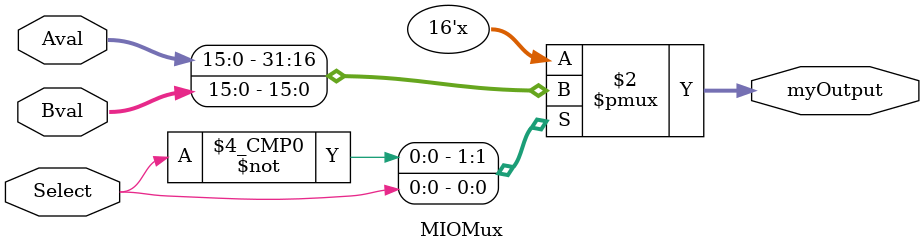
<source format=sv>
`timescale 1ns / 1ps


module MIOMux(
    input logic Select,
    input logic [15:0] Aval, Bval,
    output logic [15:0] myOutput
    );
    
    always_comb
    begin
        case(Select)
            1'b0: myOutput = Aval;
            1'b1: myOutput = Bval;
            default: myOutput = 'x;
        endcase
    end
endmodule

</source>
